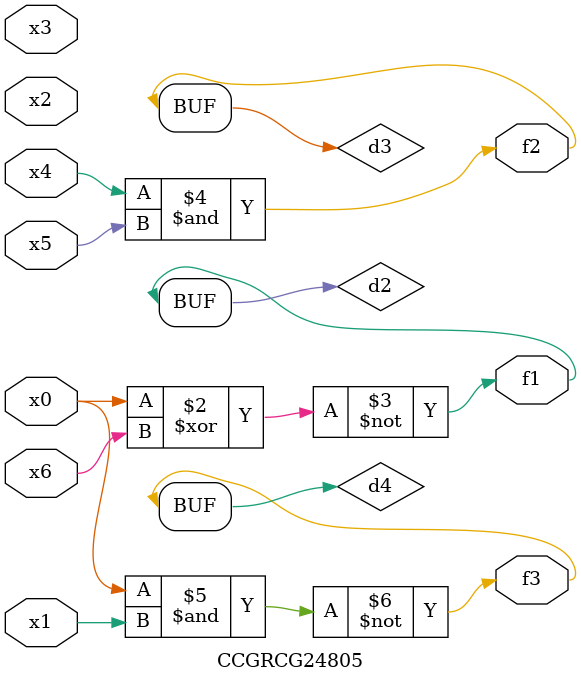
<source format=v>
module CCGRCG24805(
	input x0, x1, x2, x3, x4, x5, x6,
	output f1, f2, f3
);

	wire d1, d2, d3, d4;

	nor (d1, x0);
	xnor (d2, x0, x6);
	and (d3, x4, x5);
	nand (d4, x0, x1);
	assign f1 = d2;
	assign f2 = d3;
	assign f3 = d4;
endmodule

</source>
